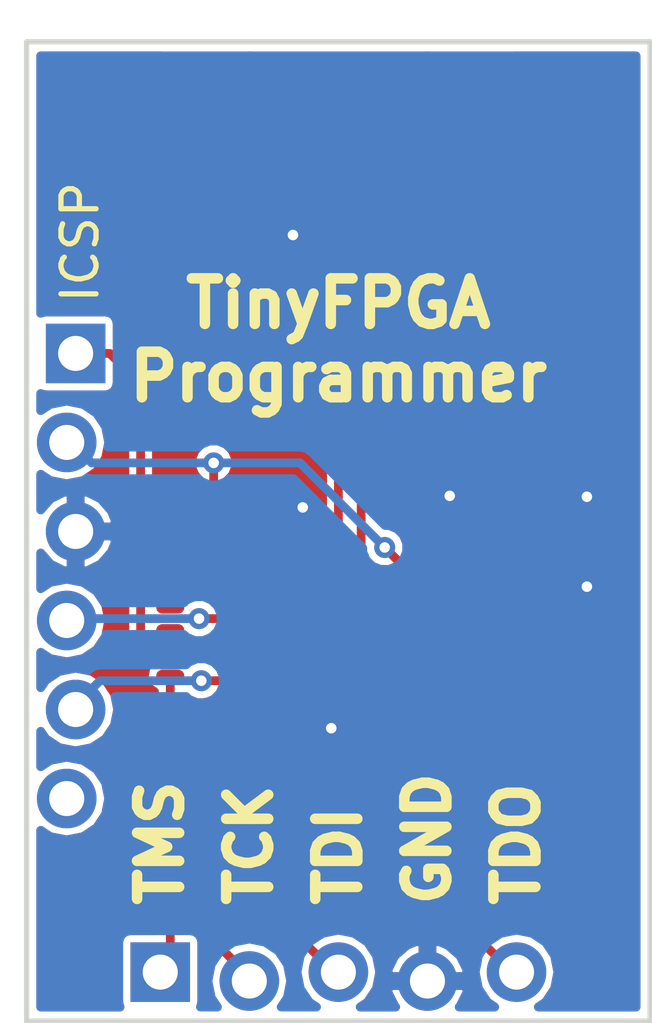
<source format=kicad_pcb>
(kicad_pcb (version 4) (host pcbnew 4.0.6)

  (general
    (links 32)
    (no_connects 0)
    (area 138.354999 100.254999 156.285001 128.345001)
    (thickness 1.6)
    (drawings 10)
    (tracks 87)
    (zones 0)
    (modules 9)
    (nets 18)
  )

  (page A4)
  (layers
    (0 F.Cu signal)
    (31 B.Cu signal)
    (32 B.Adhes user)
    (33 F.Adhes user)
    (34 B.Paste user)
    (35 F.Paste user)
    (36 B.SilkS user)
    (37 F.SilkS user)
    (38 B.Mask user)
    (39 F.Mask user)
    (40 Dwgs.User user)
    (41 Cmts.User user)
    (42 Eco1.User user)
    (43 Eco2.User user)
    (44 Edge.Cuts user)
    (45 Margin user)
    (46 B.CrtYd user)
    (47 F.CrtYd user)
    (48 B.Fab user)
    (49 F.Fab user)
  )

  (setup
    (last_trace_width 0.25)
    (trace_clearance 0.2)
    (zone_clearance 0.2)
    (zone_45_only no)
    (trace_min 0.2)
    (segment_width 0.2)
    (edge_width 0.15)
    (via_size 0.6)
    (via_drill 0.4)
    (via_min_size 0.6)
    (via_min_drill 0.3)
    (user_via 0.6 0.3)
    (uvia_size 0.3)
    (uvia_drill 0.1)
    (uvias_allowed no)
    (uvia_min_size 0.2)
    (uvia_min_drill 0.1)
    (pcb_text_width 0.3)
    (pcb_text_size 1.5 1.5)
    (mod_edge_width 0.15)
    (mod_text_size 1 1)
    (mod_text_width 0.15)
    (pad_size 1.524 1.524)
    (pad_drill 0.762)
    (pad_to_mask_clearance 0.05)
    (aux_axis_origin 0 0)
    (visible_elements 7FFFFFFF)
    (pcbplotparams
      (layerselection 0x00008_00000000)
      (usegerberextensions false)
      (excludeedgelayer true)
      (linewidth 0.150000)
      (plotframeref false)
      (viasonmask false)
      (mode 1)
      (useauxorigin false)
      (hpglpennumber 1)
      (hpglpenspeed 20)
      (hpglpendiameter 15)
      (hpglpenoverlay 2)
      (psnegative false)
      (psa4output false)
      (plotreference true)
      (plotvalue true)
      (plotinvisibletext false)
      (padsonsilk false)
      (subtractmaskfromsilk false)
      (outputformat 1)
      (mirror false)
      (drillshape 0)
      (scaleselection 1)
      (outputdirectory C:/Users/lvale/Documents/programmer-gerbers/))
  )

  (net 0 "")
  (net 1 +5V)
  (net 2 GND)
  (net 3 +3V3)
  (net 4 "Net-(C4-Pad2)")
  (net 5 "Net-(J1-Pad2)")
  (net 6 "Net-(J1-Pad3)")
  (net 7 "Net-(J1-Pad4)")
  (net 8 "Net-(J2-Pad1)")
  (net 9 "Net-(J2-Pad2)")
  (net 10 "Net-(J2-Pad3)")
  (net 11 "Net-(J2-Pad5)")
  (net 12 VPP)
  (net 13 ICSPDAT)
  (net 14 ICSPCLK)
  (net 15 "Net-(J3-Pad6)")
  (net 16 "Net-(U1-Pad1)")
  (net 17 "Net-(U1-Pad2)")

  (net_class Default "This is the default net class."
    (clearance 0.2)
    (trace_width 0.25)
    (via_dia 0.6)
    (via_drill 0.4)
    (uvia_dia 0.3)
    (uvia_drill 0.1)
    (add_net +3V3)
    (add_net +5V)
    (add_net GND)
    (add_net ICSPCLK)
    (add_net ICSPDAT)
    (add_net "Net-(C4-Pad2)")
    (add_net "Net-(J1-Pad2)")
    (add_net "Net-(J1-Pad3)")
    (add_net "Net-(J1-Pad4)")
    (add_net "Net-(J2-Pad1)")
    (add_net "Net-(J2-Pad2)")
    (add_net "Net-(J2-Pad3)")
    (add_net "Net-(J2-Pad5)")
    (add_net "Net-(J3-Pad6)")
    (add_net "Net-(U1-Pad1)")
    (add_net "Net-(U1-Pad2)")
    (add_net VPP)
  )

  (module Pin_Headers:Pin_Header_Straight_1x06_Pitch2.54mm (layer F.Cu) (tedit 5984DF55) (tstamp 5984125C)
    (at 139.7 109.22)
    (descr "Through hole straight pin header, 1x06, 2.54mm pitch, single row")
    (tags "Through hole pin header THT 1x06 2.54mm single row")
    (path /59841999)
    (fp_text reference J3 (at 0 15.24) (layer F.Fab)
      (effects (font (size 1 1) (thickness 0.15)))
    )
    (fp_text value ICSP (at 0.254 -3.175 90) (layer F.SilkS)
      (effects (font (size 1 1) (thickness 0.15)))
    )
    (fp_line (start -0.635 -1.27) (end 1.27 -1.27) (layer F.Fab) (width 0.1))
    (fp_line (start 1.27 -1.27) (end 1.27 13.97) (layer F.Fab) (width 0.1))
    (fp_line (start 1.27 13.97) (end -1.27 13.97) (layer F.Fab) (width 0.1))
    (fp_line (start -1.27 13.97) (end -1.27 -0.635) (layer F.Fab) (width 0.1))
    (fp_line (start -1.27 -0.635) (end -0.635 -1.27) (layer F.Fab) (width 0.1))
    (pad 1 thru_hole rect (at 0.127 0) (size 1.7 1.7) (drill 1) (layers *.Cu *.Mask)
      (net 12 VPP))
    (pad 2 thru_hole oval (at -0.127 2.54) (size 1.7 1.7) (drill 1) (layers *.Cu *.Mask)
      (net 3 +3V3))
    (pad 3 thru_hole oval (at 0.127 5.08) (size 1.7 1.7) (drill 1) (layers *.Cu *.Mask)
      (net 2 GND))
    (pad 4 thru_hole oval (at -0.127 7.62) (size 1.7 1.7) (drill 1) (layers *.Cu *.Mask)
      (net 13 ICSPDAT))
    (pad 5 thru_hole oval (at 0.127 10.16) (size 1.7 1.7) (drill 1) (layers *.Cu *.Mask)
      (net 14 ICSPCLK))
    (pad 6 thru_hole oval (at -0.127 12.7) (size 1.7 1.7) (drill 1) (layers *.Cu *.Mask)
      (net 15 "Net-(J3-Pad6)"))
    (model ${KISYS3DMOD}/Pin_Headers.3dshapes/Pin_Header_Straight_1x06_Pitch2.54mm.wrl
      (at (xyz 0 0 0))
      (scale (xyz 1 1 1))
      (rotate (xyz 0 0 0))
    )
  )

  (module Pin_Headers:Pin_Header_Straight_1x05_Pitch2.54mm (layer F.Cu) (tedit 5984DF26) (tstamp 59841252)
    (at 142.24 127 90)
    (descr "Through hole straight pin header, 1x05, 2.54mm pitch, single row")
    (tags "Through hole pin header THT 1x05 2.54mm single row")
    (path /598412AC)
    (fp_text reference J2 (at 0 -2.33 90) (layer F.Fab)
      (effects (font (size 1 1) (thickness 0.15)))
    )
    (fp_text value JTAG (at 1.27 12.7 90) (layer F.Fab) hide
      (effects (font (size 1 1) (thickness 0.15)))
    )
    (fp_line (start -0.635 -1.27) (end 1.27 -1.27) (layer F.Fab) (width 0.1))
    (fp_line (start 1.27 -1.27) (end 1.27 11.43) (layer F.Fab) (width 0.1))
    (fp_line (start 1.27 11.43) (end -1.27 11.43) (layer F.Fab) (width 0.1))
    (fp_line (start -1.27 11.43) (end -1.27 -0.635) (layer F.Fab) (width 0.1))
    (fp_line (start -1.27 -0.635) (end -0.635 -1.27) (layer F.Fab) (width 0.1))
    (pad 1 thru_hole rect (at 0.127 0 90) (size 1.7 1.7) (drill 1) (layers *.Cu *.Mask)
      (net 8 "Net-(J2-Pad1)"))
    (pad 2 thru_hole oval (at -0.127 2.54 90) (size 1.7 1.7) (drill 1) (layers *.Cu *.Mask)
      (net 9 "Net-(J2-Pad2)"))
    (pad 3 thru_hole oval (at 0.127 5.08 90) (size 1.7 1.7) (drill 1) (layers *.Cu *.Mask)
      (net 10 "Net-(J2-Pad3)"))
    (pad 4 thru_hole oval (at -0.127 7.62 90) (size 1.7 1.7) (drill 1) (layers *.Cu *.Mask)
      (net 2 GND))
    (pad 5 thru_hole oval (at 0.127 10.16 90) (size 1.7 1.7) (drill 1) (layers *.Cu *.Mask)
      (net 11 "Net-(J2-Pad5)"))
    (model ${KISYS3DMOD}/Pin_Headers.3dshapes/Pin_Header_Straight_1x05_Pitch2.54mm.wrl
      (at (xyz 0 0 0))
      (scale (xyz 1 1 1))
      (rotate (xyz 0 0 0))
    )
  )

  (module Capacitors_SMD:C_0603 (layer F.Cu) (tedit 5984D260) (tstamp 5984123A)
    (at 148.0566 119.1768 90)
    (descr "Capacitor SMD 0603, reflow soldering, AVX (see smccp.pdf)")
    (tags "capacitor 0603")
    (path /598409EE)
    (attr smd)
    (fp_text reference C4 (at 0 -0.15 90) (layer F.Fab)
      (effects (font (size 0.2 0.2) (thickness 0.05)))
    )
    (fp_text value 1uF (at 0 0.2 90) (layer F.Fab)
      (effects (font (size 0.2 0.2) (thickness 0.05)))
    )
    (fp_line (start -0.8 0.4) (end -0.8 -0.4) (layer F.Fab) (width 0.1))
    (fp_line (start 0.8 0.4) (end -0.8 0.4) (layer F.Fab) (width 0.1))
    (fp_line (start 0.8 -0.4) (end 0.8 0.4) (layer F.Fab) (width 0.1))
    (fp_line (start -0.8 -0.4) (end 0.8 -0.4) (layer F.Fab) (width 0.1))
    (fp_line (start -1.4 -0.65) (end 1.4 -0.65) (layer F.CrtYd) (width 0.05))
    (fp_line (start -1.4 -0.65) (end -1.4 0.65) (layer F.CrtYd) (width 0.05))
    (fp_line (start 1.4 0.65) (end 1.4 -0.65) (layer F.CrtYd) (width 0.05))
    (fp_line (start 1.4 0.65) (end -1.4 0.65) (layer F.CrtYd) (width 0.05))
    (pad 1 smd rect (at -0.75 0 90) (size 0.8 0.75) (layers F.Cu F.Paste F.Mask)
      (net 2 GND))
    (pad 2 smd rect (at 0.75 0 90) (size 0.8 0.75) (layers F.Cu F.Paste F.Mask)
      (net 4 "Net-(C4-Pad2)"))
    (model Capacitors_SMD.3dshapes/C_0603.wrl
      (at (xyz 0 0 0))
      (scale (xyz 1 1 1))
      (rotate (xyz 0 0 0))
    )
  )

  (module Capacitors_SMD:C_0603 (layer F.Cu) (tedit 5984CFCA) (tstamp 59841234)
    (at 144.526 113.6142)
    (descr "Capacitor SMD 0603, reflow soldering, AVX (see smccp.pdf)")
    (tags "capacitor 0603")
    (path /59840AB1)
    (attr smd)
    (fp_text reference C3 (at 0 -0.15) (layer F.Fab)
      (effects (font (size 0.2 0.2) (thickness 0.05)))
    )
    (fp_text value 100nF (at 0 0.2) (layer F.Fab)
      (effects (font (size 0.2 0.2) (thickness 0.05)))
    )
    (fp_line (start -0.8 0.4) (end -0.8 -0.4) (layer F.Fab) (width 0.1))
    (fp_line (start 0.8 0.4) (end -0.8 0.4) (layer F.Fab) (width 0.1))
    (fp_line (start 0.8 -0.4) (end 0.8 0.4) (layer F.Fab) (width 0.1))
    (fp_line (start -0.8 -0.4) (end 0.8 -0.4) (layer F.Fab) (width 0.1))
    (fp_line (start -1.4 -0.65) (end 1.4 -0.65) (layer F.CrtYd) (width 0.05))
    (fp_line (start -1.4 -0.65) (end -1.4 0.65) (layer F.CrtYd) (width 0.05))
    (fp_line (start 1.4 0.65) (end 1.4 -0.65) (layer F.CrtYd) (width 0.05))
    (fp_line (start 1.4 0.65) (end -1.4 0.65) (layer F.CrtYd) (width 0.05))
    (pad 1 smd rect (at -0.75 0) (size 0.8 0.75) (layers F.Cu F.Paste F.Mask)
      (net 3 +3V3))
    (pad 2 smd rect (at 0.75 0) (size 0.8 0.75) (layers F.Cu F.Paste F.Mask)
      (net 2 GND))
    (model Capacitors_SMD.3dshapes/C_0603.wrl
      (at (xyz 0 0 0))
      (scale (xyz 1 1 1))
      (rotate (xyz 0 0 0))
    )
  )

  (module Capacitors_SMD:C_0603 (layer F.Cu) (tedit 5984CF9B) (tstamp 5984122E)
    (at 153.67 116.84)
    (descr "Capacitor SMD 0603, reflow soldering, AVX (see smccp.pdf)")
    (tags "capacitor 0603")
    (path /59840991)
    (attr smd)
    (fp_text reference C2 (at 0 -0.15) (layer F.Fab)
      (effects (font (size 0.2 0.2) (thickness 0.05)))
    )
    (fp_text value 1uF (at 0 0.2) (layer F.Fab)
      (effects (font (size 0.2 0.2) (thickness 0.05)))
    )
    (fp_line (start -0.8 0.4) (end -0.8 -0.4) (layer F.Fab) (width 0.1))
    (fp_line (start 0.8 0.4) (end -0.8 0.4) (layer F.Fab) (width 0.1))
    (fp_line (start 0.8 -0.4) (end 0.8 0.4) (layer F.Fab) (width 0.1))
    (fp_line (start -0.8 -0.4) (end 0.8 -0.4) (layer F.Fab) (width 0.1))
    (fp_line (start -1.4 -0.65) (end 1.4 -0.65) (layer F.CrtYd) (width 0.05))
    (fp_line (start -1.4 -0.65) (end -1.4 0.65) (layer F.CrtYd) (width 0.05))
    (fp_line (start 1.4 0.65) (end 1.4 -0.65) (layer F.CrtYd) (width 0.05))
    (fp_line (start 1.4 0.65) (end -1.4 0.65) (layer F.CrtYd) (width 0.05))
    (pad 1 smd rect (at -0.75 0) (size 0.8 0.75) (layers F.Cu F.Paste F.Mask)
      (net 3 +3V3))
    (pad 2 smd rect (at 0.75 0) (size 0.8 0.75) (layers F.Cu F.Paste F.Mask)
      (net 2 GND))
    (model Capacitors_SMD.3dshapes/C_0603.wrl
      (at (xyz 0 0 0))
      (scale (xyz 1 1 1))
      (rotate (xyz 0 0 0))
    )
  )

  (module Capacitors_SMD:C_0603 (layer F.Cu) (tedit 5984CF6D) (tstamp 59841228)
    (at 153.67 114.3)
    (descr "Capacitor SMD 0603, reflow soldering, AVX (see smccp.pdf)")
    (tags "capacitor 0603")
    (path /5984091E)
    (attr smd)
    (fp_text reference C1 (at 0 -0.15) (layer F.Fab)
      (effects (font (size 0.2 0.2) (thickness 0.05)))
    )
    (fp_text value 1uF (at 0 0.2) (layer F.Fab)
      (effects (font (size 0.2 0.2) (thickness 0.05)))
    )
    (fp_line (start -0.8 0.4) (end -0.8 -0.4) (layer F.Fab) (width 0.1))
    (fp_line (start 0.8 0.4) (end -0.8 0.4) (layer F.Fab) (width 0.1))
    (fp_line (start 0.8 -0.4) (end 0.8 0.4) (layer F.Fab) (width 0.1))
    (fp_line (start -0.8 -0.4) (end 0.8 -0.4) (layer F.Fab) (width 0.1))
    (fp_line (start -1.4 -0.65) (end 1.4 -0.65) (layer F.CrtYd) (width 0.05))
    (fp_line (start -1.4 -0.65) (end -1.4 0.65) (layer F.CrtYd) (width 0.05))
    (fp_line (start 1.4 0.65) (end 1.4 -0.65) (layer F.CrtYd) (width 0.05))
    (fp_line (start 1.4 0.65) (end -1.4 0.65) (layer F.CrtYd) (width 0.05))
    (pad 1 smd rect (at -0.75 0) (size 0.8 0.75) (layers F.Cu F.Paste F.Mask)
      (net 1 +5V))
    (pad 2 smd rect (at 0.75 0) (size 0.8 0.75) (layers F.Cu F.Paste F.Mask)
      (net 2 GND))
    (model Capacitors_SMD.3dshapes/C_0603.wrl
      (at (xyz 0 0 0))
      (scale (xyz 1 1 1))
      (rotate (xyz 0 0 0))
    )
  )

  (module Housings_DFN_QFN:QFN-16-1EP_4x4mm_Pitch0.65mm (layer F.Cu) (tedit 5984CE96) (tstamp 59841274)
    (at 144.526 117.4442)
    (descr "16-Lead Plastic Quad Flat, No Lead Package (ML) - 4x4x0.9 mm Body [QFN]; (see Microchip Packaging Specification 00000049BS.pdf)")
    (tags "QFN 0.65")
    (path /598405FB)
    (attr smd)
    (fp_text reference U1 (at 0 0) (layer F.Fab)
      (effects (font (size 1 1) (thickness 0.15)))
    )
    (fp_text value PIC16F1455-QFN16 (at 0 1) (layer F.Fab)
      (effects (font (size 0.2 0.2) (thickness 0.03175)))
    )
    (fp_line (start -1 -2) (end 2 -2) (layer F.Fab) (width 0.15))
    (fp_line (start 2 -2) (end 2 2) (layer F.Fab) (width 0.15))
    (fp_line (start 2 2) (end -2 2) (layer F.Fab) (width 0.15))
    (fp_line (start -2 2) (end -2 -1) (layer F.Fab) (width 0.15))
    (fp_line (start -2 -1) (end -1 -2) (layer F.Fab) (width 0.15))
    (pad 1 smd oval (at -2 -0.975) (size 0.8 0.35) (layers F.Cu F.Paste F.Mask)
      (net 16 "Net-(U1-Pad1)"))
    (pad 2 smd oval (at -2 -0.325) (size 0.8 0.35) (layers F.Cu F.Paste F.Mask)
      (net 17 "Net-(U1-Pad2)"))
    (pad 3 smd oval (at -2 0.325) (size 0.8 0.35) (layers F.Cu F.Paste F.Mask)
      (net 12 VPP))
    (pad 4 smd oval (at -2 0.975) (size 0.8 0.35) (layers F.Cu F.Paste F.Mask)
      (net 8 "Net-(J2-Pad1)"))
    (pad 5 smd oval (at -0.975 2 90) (size 0.8 0.35) (layers F.Cu F.Paste F.Mask)
      (net 9 "Net-(J2-Pad2)"))
    (pad 6 smd oval (at -0.325 2 90) (size 0.8 0.35) (layers F.Cu F.Paste F.Mask)
      (net 10 "Net-(J2-Pad3)"))
    (pad 7 smd oval (at 0.325 2 90) (size 0.8 0.35) (layers F.Cu F.Paste F.Mask)
      (net 11 "Net-(J2-Pad5)"))
    (pad 8 smd oval (at 0.975 2 90) (size 0.8 0.35) (layers F.Cu F.Paste F.Mask)
      (net 14 ICSPCLK))
    (pad 9 smd oval (at 2 0.975) (size 0.8 0.35) (layers F.Cu F.Paste F.Mask)
      (net 13 ICSPDAT))
    (pad 10 smd oval (at 2 0.325) (size 0.8 0.35) (layers F.Cu F.Paste F.Mask)
      (net 4 "Net-(C4-Pad2)"))
    (pad 11 smd oval (at 2 -0.325) (size 0.8 0.35) (layers F.Cu F.Paste F.Mask)
      (net 5 "Net-(J1-Pad2)"))
    (pad 12 smd oval (at 2 -0.975) (size 0.8 0.35) (layers F.Cu F.Paste F.Mask)
      (net 6 "Net-(J1-Pad3)"))
    (pad 13 smd oval (at 0.975 -2 90) (size 0.8 0.35) (layers F.Cu F.Paste F.Mask)
      (net 2 GND))
    (pad 14 smd oval (at 0.325 -2 90) (size 0.8 0.35) (layers F.Cu F.Paste F.Mask))
    (pad 15 smd oval (at -0.325 -2 90) (size 0.8 0.35) (layers F.Cu F.Paste F.Mask))
    (pad 16 smd oval (at -0.975 -2 90) (size 0.8 0.35) (layers F.Cu F.Paste F.Mask)
      (net 3 +3V3))
    (model ${KISYS3DMOD}/Housings_DFN_QFN.3dshapes/QFN-16-1EP_4x4mm_Pitch0.65mm.wrl
      (at (xyz 0 0 0))
      (scale (xyz 1 1 1))
      (rotate (xyz 0 0 0))
    )
  )

  (module TinyFPGA:FCI-Micro-USB (layer F.Cu) (tedit 595DDA79) (tstamp 5984CEC9)
    (at 147.32 101.7825 180)
    (descr http://www.molex.com/pdm_docs/sd/473460001_sd.pdf)
    (tags "Micro-USB SMD")
    (path /598417AF)
    (solder_mask_margin 0.05)
    (attr smd)
    (fp_text reference J1 (at -6.477 -0.5795 360) (layer F.Fab)
      (effects (font (size 1 1) (thickness 0.15)))
    )
    (fp_text value USB (at -6.477 -2.7385 360) (layer F.Fab)
      (effects (font (size 1 1) (thickness 0.15)))
    )
    (fp_text user "PCB Front Edge" (at 7.239 2.3415 360) (layer Dwgs.User)
      (effects (font (size 0.4 0.4) (thickness 0.04)))
    )
    (fp_line (start 4.594363 2.419657) (end -4.605637 2.419657) (layer F.CrtYd) (width 0.05))
    (fp_line (start 4.594363 -3.840343) (end 4.594363 2.419657) (layer F.CrtYd) (width 0.05))
    (fp_line (start -4.605637 -3.840343) (end 4.594363 -3.840343) (layer F.CrtYd) (width 0.05))
    (fp_line (start -4.605637 2.419657) (end -4.605637 -3.840343) (layer F.CrtYd) (width 0.05))
    (fp_line (start 3.75 2.15) (end -3.75 2.15) (layer F.Fab) (width 0.1))
    (fp_line (start 3.75 -2.85) (end 3.75 2.15) (layer F.Fab) (width 0.1))
    (fp_line (start -3.75 -2.85) (end 3.75 -2.85) (layer F.Fab) (width 0.1))
    (fp_line (start -3.75 2.15) (end -3.75 -2.85) (layer F.Fab) (width 0.1))
    (fp_line (start -5 1.45) (end 5 1.45) (layer Dwgs.User) (width 0.15))
    (pad 1 smd rect (at -1.3 -2.675 270) (size 1.35 0.4) (layers F.Cu F.Paste F.Mask)
      (net 1 +5V))
    (pad 2 smd rect (at -0.65 -2.675 270) (size 1.35 0.4) (layers F.Cu F.Paste F.Mask)
      (net 5 "Net-(J1-Pad2)"))
    (pad 3 smd rect (at 0 -2.675 270) (size 1.35 0.4) (layers F.Cu F.Paste F.Mask)
      (net 6 "Net-(J1-Pad3)"))
    (pad 4 smd rect (at 0.65 -2.675 270) (size 1.35 0.4) (layers F.Cu F.Paste F.Mask)
      (net 7 "Net-(J1-Pad4)"))
    (pad 5 smd rect (at 1.3 -2.675 270) (size 1.35 0.4) (layers F.Cu F.Paste F.Mask)
      (net 2 GND))
    (pad 6 smd rect (at -3.1 -2.55 180) (size 2.1 1.6) (layers F.Cu F.Paste F.Mask)
      (net 2 GND))
    (pad 6 smd rect (at 3.1 -2.55 180) (size 2.1 1.6) (layers F.Cu F.Paste F.Mask)
      (net 2 GND))
    (pad 6 smd rect (at -3.8 0 270) (size 1.9 1.8) (layers F.Cu F.Paste F.Mask)
      (net 2 GND))
    (pad 6 smd rect (at 3.8 0 270) (size 1.9 1.8) (layers F.Cu F.Paste F.Mask)
      (net 2 GND))
    (pad 6 smd rect (at -1.2 0 270) (size 1.9 1.9) (layers F.Cu F.Paste F.Mask)
      (net 2 GND))
    (pad 6 smd rect (at 1.2 0 270) (size 1.9 1.9) (layers F.Cu F.Paste F.Mask)
      (net 2 GND))
    (model Connectors_Molex.3dshapes/USB_Micro-B_Molex_47346-0001.wrl
      (at (xyz -0.05 0 0.05))
      (scale (xyz 0.39 0.39 0.39))
      (rotate (xyz -90 0 90))
    )
  )

  (module TinyFPGA:SOT23 (layer F.Cu) (tedit 593651E8) (tstamp 5984CEE1)
    (at 150.495 115.57)
    (path /5984065C)
    (solder_mask_margin 0.05)
    (fp_text reference U2 (at 0 -0.1) (layer F.Fab)
      (effects (font (size 0.3 0.3) (thickness 0.075)))
    )
    (fp_text value MIC5504-3.3YM5-TR (at 0 0.3) (layer F.Fab)
      (effects (font (size 0.2 0.16) (thickness 0.03175)))
    )
    (fp_circle (center 0.9364 -0.2386) (end 1.1364 -0.1636) (layer F.Fab) (width 0.15))
    (fp_line (start 1.45 -0.8) (end 1.45 0.8) (layer F.Fab) (width 0.15))
    (fp_line (start -1.45 -0.8) (end -1.45 0.8) (layer F.Fab) (width 0.15))
    (fp_line (start 1.45 0.8) (end -1.45 0.8) (layer F.Fab) (width 0.15))
    (fp_line (start 1.45 -0.8) (end -1.45 -0.8) (layer F.Fab) (width 0.15))
    (pad 2 smd rect (at 0 -1.3) (size 0.45 0.95) (layers F.Cu F.Paste F.Mask)
      (net 2 GND))
    (pad 3 smd rect (at -0.95 -1.3) (size 0.45 0.95) (layers F.Cu F.Paste F.Mask)
      (net 1 +5V))
    (pad 1 smd rect (at 0.95 -1.3) (size 0.45 0.95) (layers F.Cu F.Paste F.Mask)
      (net 1 +5V))
    (pad 4 smd rect (at -0.95 1.3) (size 0.45 0.95) (layers F.Cu F.Paste F.Mask)
      (net 3 +3V3))
    (pad 5 smd rect (at 0.95 1.3) (size 0.45 0.95) (layers F.Cu F.Paste F.Mask)
      (net 3 +3V3))
  )

  (gr_text TDO (at 152.4 125.095 90) (layer F.SilkS) (tstamp 5984DBC8)
    (effects (font (size 1.2 1.2) (thickness 0.3)) (justify left))
  )
  (gr_text GND (at 149.86 125.095 90) (layer F.SilkS) (tstamp 5984DBC5)
    (effects (font (size 1.2 1.2) (thickness 0.3)) (justify left))
  )
  (gr_text TDI (at 147.32 125.095 90) (layer F.SilkS) (tstamp 5984DBB4)
    (effects (font (size 1.2 1.2) (thickness 0.3)) (justify left))
  )
  (gr_text TCK (at 144.78 125.095 90) (layer F.SilkS) (tstamp 5984DBAE)
    (effects (font (size 1.2 1.2) (thickness 0.3)) (justify left))
  )
  (gr_text TMS (at 142.24 125.095 90) (layer F.SilkS)
    (effects (font (size 1.2 1.2) (thickness 0.3)) (justify left))
  )
  (gr_text "TinyFPGA\nProgrammer" (at 147.32 108.839) (layer F.SilkS)
    (effects (font (size 1.3 1.3) (thickness 0.3)))
  )
  (gr_line (start 138.43 100.33) (end 138.43 128.27) (layer Edge.Cuts) (width 0.15))
  (gr_line (start 156.21 100.33) (end 138.43 100.33) (layer Edge.Cuts) (width 0.15))
  (gr_line (start 156.21 128.27) (end 156.21 100.33) (layer Edge.Cuts) (width 0.15))
  (gr_line (start 138.43 128.27) (end 156.21 128.27) (layer Edge.Cuts) (width 0.15))

  (segment (start 148.62 104.4575) (end 148.62 113.82) (width 0.25) (layer F.Cu) (net 1))
  (segment (start 148.62 113.82) (end 149.07 114.27) (width 0.25) (layer F.Cu) (net 1))
  (segment (start 149.07 114.27) (end 149.545 114.27) (width 0.25) (layer F.Cu) (net 1))
  (segment (start 149.545 114.27) (end 149.545 114.52) (width 0.25) (layer F.Cu) (net 1))
  (segment (start 150.095001 115.070001) (end 150.894999 115.070001) (width 0.25) (layer F.Cu) (net 1))
  (segment (start 149.545 114.52) (end 150.095001 115.070001) (width 0.25) (layer F.Cu) (net 1))
  (segment (start 150.894999 115.070001) (end 151.445 114.52) (width 0.25) (layer F.Cu) (net 1))
  (segment (start 151.445 114.52) (end 151.445 114.27) (width 0.25) (layer F.Cu) (net 1))
  (segment (start 151.445 114.27) (end 152.89 114.27) (width 0.25) (layer F.Cu) (net 1))
  (segment (start 152.89 114.27) (end 152.92 114.3) (width 0.25) (layer F.Cu) (net 1))
  (segment (start 150.495 114.27) (end 150.495 113.284) (width 0.25) (layer F.Cu) (net 2))
  (via (at 150.495 113.284) (size 0.6) (drill 0.3) (layers F.Cu B.Cu) (net 2))
  (segment (start 146.0246 105.3871) (end 146.0246 105.8418) (width 0.25) (layer F.Cu) (net 2))
  (via (at 146.0246 105.8418) (size 0.6) (drill 0.3) (layers F.Cu B.Cu) (net 2))
  (segment (start 146.02 104.4575) (end 146.02 105.3825) (width 0.25) (layer F.Cu) (net 2))
  (segment (start 146.02 105.3825) (end 146.0246 105.3871) (width 0.25) (layer F.Cu) (net 2))
  (segment (start 148.0566 119.9268) (end 147.1302 119.9268) (width 0.25) (layer F.Cu) (net 2))
  (segment (start 147.1302 119.9268) (end 147.1168 119.9134) (width 0.25) (layer F.Cu) (net 2))
  (via (at 147.1168 119.9134) (size 0.6) (drill 0.3) (layers F.Cu B.Cu) (net 2))
  (segment (start 154.42 114.3) (end 154.42 113.3228) (width 0.25) (layer F.Cu) (net 2))
  (segment (start 154.42 113.3228) (end 154.4066 113.3094) (width 0.25) (layer F.Cu) (net 2))
  (via (at 154.4066 113.3094) (size 0.6) (drill 0.3) (layers F.Cu B.Cu) (net 2))
  (segment (start 154.42 116.84) (end 154.42 115.8882) (width 0.25) (layer F.Cu) (net 2))
  (segment (start 154.42 115.8882) (end 154.4066 115.8748) (width 0.25) (layer F.Cu) (net 2))
  (via (at 154.4066 115.8748) (size 0.6) (drill 0.3) (layers F.Cu B.Cu) (net 2))
  (segment (start 145.276 113.6142) (end 146.304 113.6142) (width 0.25) (layer F.Cu) (net 2))
  (via (at 146.304 113.6142) (size 0.6) (drill 0.3) (layers F.Cu B.Cu) (net 2))
  (segment (start 145.501 115.4442) (end 145.501 113.8392) (width 0.25) (layer F.Cu) (net 2))
  (segment (start 145.501 113.8392) (end 145.276 113.6142) (width 0.25) (layer F.Cu) (net 2))
  (segment (start 143.764 112.3442) (end 140.2842 112.3442) (width 0.25) (layer B.Cu) (net 3))
  (segment (start 140.2842 112.3442) (end 139.7 111.76) (width 0.25) (layer B.Cu) (net 3))
  (segment (start 143.764 112.3442) (end 143.764 113.6022) (width 0.25) (layer F.Cu) (net 3))
  (segment (start 143.764 113.6022) (end 143.776 113.6142) (width 0.25) (layer F.Cu) (net 3))
  (via (at 143.764 112.3442) (size 0.6) (drill 0.3) (layers F.Cu B.Cu) (net 3))
  (segment (start 146.2278 112.3442) (end 143.764 112.3442) (width 0.25) (layer B.Cu) (net 3))
  (segment (start 148.340801 114.457201) (end 146.2278 112.3442) (width 0.25) (layer B.Cu) (net 3))
  (segment (start 148.6408 114.7572) (end 148.340801 114.457201) (width 0.25) (layer B.Cu) (net 3))
  (segment (start 149.545 116.87) (end 149.545 115.6614) (width 0.25) (layer F.Cu) (net 3))
  (segment (start 149.545 115.6614) (end 148.6408 114.7572) (width 0.25) (layer F.Cu) (net 3))
  (via (at 148.6408 114.7572) (size 0.6) (drill 0.3) (layers F.Cu B.Cu) (net 3))
  (segment (start 151.445 116.87) (end 149.545 116.87) (width 0.25) (layer F.Cu) (net 3))
  (segment (start 151.445 116.87) (end 152.89 116.87) (width 0.25) (layer F.Cu) (net 3))
  (segment (start 152.89 116.87) (end 152.92 116.84) (width 0.25) (layer F.Cu) (net 3))
  (segment (start 143.776 113.6142) (end 143.751 113.6142) (width 0.25) (layer F.Cu) (net 3))
  (segment (start 143.551 115.4442) (end 143.551 113.8392) (width 0.25) (layer F.Cu) (net 3))
  (segment (start 143.551 113.8392) (end 143.776 113.6142) (width 0.25) (layer F.Cu) (net 3))
  (segment (start 146.526 117.7692) (end 147.399 117.7692) (width 0.25) (layer F.Cu) (net 4))
  (segment (start 147.399 117.7692) (end 148.0566 118.4268) (width 0.25) (layer F.Cu) (net 4))
  (segment (start 146.526 117.1192) (end 147.176 117.1192) (width 0.25) (layer F.Cu) (net 5))
  (segment (start 147.176 117.1192) (end 147.97 116.3252) (width 0.25) (layer F.Cu) (net 5))
  (segment (start 147.97 116.3252) (end 147.97 105.3825) (width 0.25) (layer F.Cu) (net 5))
  (segment (start 147.97 105.3825) (end 147.97 104.4575) (width 0.25) (layer F.Cu) (net 5))
  (segment (start 147.1778 116.4692) (end 147.32 116.327) (width 0.25) (layer F.Cu) (net 6))
  (segment (start 147.32 116.327) (end 147.32 104.4575) (width 0.25) (layer F.Cu) (net 6))
  (segment (start 146.526 116.4692) (end 147.1778 116.4692) (width 0.25) (layer F.Cu) (net 6))
  (segment (start 142.526 118.4192) (end 142.526 126.714) (width 0.25) (layer F.Cu) (net 8))
  (segment (start 142.526 126.714) (end 142.24 127) (width 0.25) (layer F.Cu) (net 8))
  (segment (start 143.551 119.4442) (end 143.551 125.771) (width 0.25) (layer F.Cu) (net 9))
  (segment (start 143.551 125.771) (end 144.78 127) (width 0.25) (layer F.Cu) (net 9))
  (segment (start 144.201 119.4442) (end 144.201 123.881) (width 0.25) (layer F.Cu) (net 10))
  (segment (start 144.201 123.881) (end 147.32 127) (width 0.25) (layer F.Cu) (net 10))
  (segment (start 146.995 126.675) (end 147.32 127) (width 0.25) (layer F.Cu) (net 10))
  (segment (start 148.8866 124.1298) (end 149.5298 124.1298) (width 0.25) (layer F.Cu) (net 11))
  (segment (start 149.5298 124.1298) (end 152.4 127) (width 0.25) (layer F.Cu) (net 11))
  (segment (start 144.851 119.4442) (end 144.851 120.0942) (width 0.25) (layer F.Cu) (net 11))
  (segment (start 144.851 120.0942) (end 148.8866 124.1298) (width 0.25) (layer F.Cu) (net 11))
  (segment (start 141.6812 117.5744) (end 141.6812 110.1012) (width 0.25) (layer F.Cu) (net 12))
  (segment (start 141.6812 110.1012) (end 140.8 109.22) (width 0.25) (layer F.Cu) (net 12))
  (segment (start 140.8 109.22) (end 139.7 109.22) (width 0.25) (layer F.Cu) (net 12))
  (segment (start 142.526 117.7692) (end 141.876 117.7692) (width 0.25) (layer F.Cu) (net 12))
  (segment (start 141.876 117.7692) (end 141.6812 117.5744) (width 0.25) (layer F.Cu) (net 12))
  (segment (start 139.7 109.2708) (end 139.7 109.22) (width 0.25) (layer F.Cu) (net 12))
  (segment (start 139.7 109.22) (end 140.044996 109.22) (width 0.25) (layer F.Cu) (net 12))
  (segment (start 143.346654 116.786724) (end 139.753276 116.786724) (width 0.25) (layer B.Cu) (net 13))
  (segment (start 139.753276 116.786724) (end 139.7 116.84) (width 0.25) (layer B.Cu) (net 13))
  (segment (start 146.526 118.4192) (end 145.876 118.4192) (width 0.25) (layer F.Cu) (net 13))
  (segment (start 145.876 118.4192) (end 144.243524 116.786724) (width 0.25) (layer F.Cu) (net 13))
  (segment (start 144.243524 116.786724) (end 143.346654 116.786724) (width 0.25) (layer F.Cu) (net 13))
  (via (at 143.346654 116.786724) (size 0.6) (drill 0.3) (layers F.Cu B.Cu) (net 13))
  (segment (start 139.713052 116.826948) (end 139.7 116.84) (width 0.25) (layer B.Cu) (net 13))
  (segment (start 143.411409 118.558791) (end 140.521209 118.558791) (width 0.25) (layer B.Cu) (net 14))
  (segment (start 140.521209 118.558791) (end 139.7 119.38) (width 0.25) (layer B.Cu) (net 14))
  (segment (start 145.501 119.4442) (end 145.501 118.7942) (width 0.25) (layer F.Cu) (net 14))
  (segment (start 145.501 118.7942) (end 145.265591 118.558791) (width 0.25) (layer F.Cu) (net 14))
  (segment (start 145.265591 118.558791) (end 143.411409 118.558791) (width 0.25) (layer F.Cu) (net 14))
  (via (at 143.411409 118.558791) (size 0.6) (drill 0.3) (layers F.Cu B.Cu) (net 14))
  (segment (start 145.501 119.4442) (end 145.501 119.16208) (width 0.25) (layer F.Cu) (net 14))

  (zone (net 2) (net_name GND) (layer B.Cu) (tstamp 0) (hatch edge 0.508)
    (connect_pads (clearance 0.2))
    (min_thickness 0.254)
    (fill yes (arc_segments 16) (thermal_gap 0.2) (thermal_bridge_width 0.508))
    (polygon
      (pts
        (xy 138.43 100.33) (xy 138.43 128.27) (xy 156.21 128.27) (xy 156.21 100.33)
      )
    )
    (filled_polygon
      (pts
        (xy 155.808 127.868) (xy 153.023224 127.868) (xy 153.232265 127.728324) (xy 153.487406 127.346477) (xy 153.577 126.896059)
        (xy 153.577 126.849941) (xy 153.487406 126.399523) (xy 153.232265 126.017676) (xy 152.850418 125.762535) (xy 152.4 125.672941)
        (xy 151.949582 125.762535) (xy 151.567735 126.017676) (xy 151.312594 126.399523) (xy 151.223 126.849941) (xy 151.223 126.896059)
        (xy 151.312594 127.346477) (xy 151.567735 127.728324) (xy 151.776776 127.868) (xy 150.766875 127.868) (xy 150.79135 127.846682)
        (xy 150.995866 127.435487) (xy 150.94839 127.254) (xy 149.987 127.254) (xy 149.987 127.274) (xy 149.733 127.274)
        (xy 149.733 127.254) (xy 148.77161 127.254) (xy 148.724134 127.435487) (xy 148.92865 127.846682) (xy 148.953125 127.868)
        (xy 147.943224 127.868) (xy 148.152265 127.728324) (xy 148.407406 127.346477) (xy 148.497 126.896059) (xy 148.497 126.849941)
        (xy 148.490749 126.818513) (xy 148.724134 126.818513) (xy 148.77161 127) (xy 149.733 127) (xy 149.733 126.039138)
        (xy 149.987 126.039138) (xy 149.987 127) (xy 150.94839 127) (xy 150.995866 126.818513) (xy 150.79135 126.407318)
        (xy 150.445045 126.105688) (xy 150.168485 125.991145) (xy 149.987 126.039138) (xy 149.733 126.039138) (xy 149.551515 125.991145)
        (xy 149.274955 126.105688) (xy 148.92865 126.407318) (xy 148.724134 126.818513) (xy 148.490749 126.818513) (xy 148.407406 126.399523)
        (xy 148.152265 126.017676) (xy 147.770418 125.762535) (xy 147.32 125.672941) (xy 146.869582 125.762535) (xy 146.487735 126.017676)
        (xy 146.232594 126.399523) (xy 146.143 126.849941) (xy 146.143 126.896059) (xy 146.232594 127.346477) (xy 146.487735 127.728324)
        (xy 146.696776 127.868) (xy 145.688654 127.868) (xy 145.867406 127.600477) (xy 145.957 127.150059) (xy 145.957 127.103941)
        (xy 145.867406 126.653523) (xy 145.612265 126.271676) (xy 145.230418 126.016535) (xy 144.78 125.926941) (xy 144.329582 126.016535)
        (xy 143.947735 126.271676) (xy 143.692594 126.653523) (xy 143.603 127.103941) (xy 143.603 127.150059) (xy 143.692594 127.600477)
        (xy 143.871346 127.868) (xy 143.386693 127.868) (xy 143.397138 127.852714) (xy 143.423406 127.723) (xy 143.423406 126.023)
        (xy 143.400605 125.901821) (xy 143.328988 125.790526) (xy 143.219714 125.715862) (xy 143.09 125.689594) (xy 141.39 125.689594)
        (xy 141.268821 125.712395) (xy 141.157526 125.784012) (xy 141.082862 125.893286) (xy 141.056594 126.023) (xy 141.056594 127.723)
        (xy 141.079395 127.844179) (xy 141.094724 127.868) (xy 138.832 127.868) (xy 138.832 122.828654) (xy 139.099523 123.007406)
        (xy 139.549941 123.097) (xy 139.596059 123.097) (xy 140.046477 123.007406) (xy 140.428324 122.752265) (xy 140.683465 122.370418)
        (xy 140.773059 121.92) (xy 140.683465 121.469582) (xy 140.428324 121.087735) (xy 140.046477 120.832594) (xy 139.596059 120.743)
        (xy 139.549941 120.743) (xy 139.099523 120.832594) (xy 138.832 121.011346) (xy 138.832 120.003224) (xy 138.971676 120.212265)
        (xy 139.353523 120.467406) (xy 139.803941 120.557) (xy 139.850059 120.557) (xy 140.300477 120.467406) (xy 140.682324 120.212265)
        (xy 140.937465 119.830418) (xy 141.027059 119.38) (xy 140.953619 119.010791) (xy 142.976681 119.010791) (xy 143.055778 119.090026)
        (xy 143.286144 119.185682) (xy 143.53558 119.1859) (xy 143.766112 119.090646) (xy 143.942644 118.914422) (xy 144.0383 118.684056)
        (xy 144.038518 118.43462) (xy 143.943264 118.204088) (xy 143.76704 118.027556) (xy 143.536674 117.9319) (xy 143.287238 117.931682)
        (xy 143.056706 118.026936) (xy 142.976711 118.106791) (xy 140.521209 118.106791) (xy 140.348236 118.141197) (xy 140.201597 118.239179)
        (xy 140.173449 118.267327) (xy 139.850059 118.203) (xy 139.803941 118.203) (xy 139.353523 118.292594) (xy 138.971676 118.547735)
        (xy 138.832 118.756776) (xy 138.832 117.748654) (xy 139.099523 117.927406) (xy 139.549941 118.017) (xy 139.596059 118.017)
        (xy 140.046477 117.927406) (xy 140.428324 117.672265) (xy 140.683465 117.290418) (xy 140.693748 117.238724) (xy 142.911926 117.238724)
        (xy 142.991023 117.317959) (xy 143.221389 117.413615) (xy 143.470825 117.413833) (xy 143.701357 117.318579) (xy 143.877889 117.142355)
        (xy 143.973545 116.911989) (xy 143.973763 116.662553) (xy 143.878509 116.432021) (xy 143.702285 116.255489) (xy 143.471919 116.159833)
        (xy 143.222483 116.159615) (xy 142.991951 116.254869) (xy 142.911956 116.334724) (xy 140.64681 116.334724) (xy 140.428324 116.007735)
        (xy 140.046477 115.752594) (xy 139.596059 115.663) (xy 139.549941 115.663) (xy 139.099523 115.752594) (xy 138.832 115.931346)
        (xy 138.832 114.915254) (xy 139.107318 115.23135) (xy 139.518513 115.435866) (xy 139.7 115.38839) (xy 139.7 114.427)
        (xy 139.954 114.427) (xy 139.954 115.38839) (xy 140.135487 115.435866) (xy 140.546682 115.23135) (xy 140.848312 114.885045)
        (xy 140.962855 114.608485) (xy 140.914862 114.427) (xy 139.954 114.427) (xy 139.7 114.427) (xy 139.68 114.427)
        (xy 139.68 114.173) (xy 139.7 114.173) (xy 139.7 113.21161) (xy 139.954 113.21161) (xy 139.954 114.173)
        (xy 140.914862 114.173) (xy 140.962855 113.991515) (xy 140.848312 113.714955) (xy 140.546682 113.36865) (xy 140.135487 113.164134)
        (xy 139.954 113.21161) (xy 139.7 113.21161) (xy 139.518513 113.164134) (xy 139.107318 113.36865) (xy 138.832 113.684746)
        (xy 138.832 112.668654) (xy 139.099523 112.847406) (xy 139.549941 112.937) (xy 139.596059 112.937) (xy 140.046477 112.847406)
        (xy 140.160066 112.771509) (xy 140.2842 112.7962) (xy 143.329272 112.7962) (xy 143.408369 112.875435) (xy 143.638735 112.971091)
        (xy 143.888171 112.971309) (xy 144.118703 112.876055) (xy 144.198698 112.7962) (xy 146.040576 112.7962) (xy 148.013789 114.769413)
        (xy 148.013691 114.881371) (xy 148.108945 115.111903) (xy 148.285169 115.288435) (xy 148.515535 115.384091) (xy 148.764971 115.384309)
        (xy 148.995503 115.289055) (xy 149.172035 115.112831) (xy 149.267691 114.882465) (xy 149.267909 114.633029) (xy 149.172655 114.402497)
        (xy 148.996431 114.225965) (xy 148.766065 114.130309) (xy 148.653034 114.13021) (xy 146.547412 112.024588) (xy 146.400773 111.926606)
        (xy 146.2278 111.8922) (xy 144.198728 111.8922) (xy 144.119631 111.812965) (xy 143.889265 111.717309) (xy 143.639829 111.717091)
        (xy 143.409297 111.812345) (xy 143.329302 111.8922) (xy 140.746763 111.8922) (xy 140.773059 111.76) (xy 140.683465 111.309582)
        (xy 140.428324 110.927735) (xy 140.046477 110.672594) (xy 139.596059 110.583) (xy 139.549941 110.583) (xy 139.099523 110.672594)
        (xy 138.832 110.851346) (xy 138.832 110.366693) (xy 138.847286 110.377138) (xy 138.977 110.403406) (xy 140.677 110.403406)
        (xy 140.798179 110.380605) (xy 140.909474 110.308988) (xy 140.984138 110.199714) (xy 141.010406 110.07) (xy 141.010406 108.37)
        (xy 140.987605 108.248821) (xy 140.915988 108.137526) (xy 140.806714 108.062862) (xy 140.677 108.036594) (xy 138.977 108.036594)
        (xy 138.855821 108.059395) (xy 138.832 108.074724) (xy 138.832 100.732) (xy 155.808 100.732)
      )
    )
  )
  (zone (net 2) (net_name GND) (layer F.Cu) (tstamp 0) (hatch edge 0.508)
    (connect_pads (clearance 0.2))
    (min_thickness 0.254)
    (fill yes (arc_segments 16) (thermal_gap 0.2) (thermal_bridge_width 0.508))
    (polygon
      (pts
        (xy 138.43 100.33) (xy 156.21 100.33) (xy 156.21 128.27) (xy 138.43 128.27)
      )
    )
    (filled_polygon
      (pts
        (xy 142.293 100.767456) (xy 142.293 101.57375) (xy 142.37475 101.6555) (xy 143.393 101.6555) (xy 143.393 101.6355)
        (xy 143.647 101.6355) (xy 143.647 101.6555) (xy 144.66525 101.6555) (xy 144.747 101.57375) (xy 144.747 100.767456)
        (xy 144.732314 100.732) (xy 144.857686 100.732) (xy 144.843 100.767456) (xy 144.843 101.57375) (xy 144.92475 101.6555)
        (xy 145.993 101.6555) (xy 145.993 101.6355) (xy 146.247 101.6355) (xy 146.247 101.6555) (xy 147.31525 101.6555)
        (xy 147.32 101.65075) (xy 147.32475 101.6555) (xy 148.393 101.6555) (xy 148.393 101.6355) (xy 148.647 101.6355)
        (xy 148.647 101.6555) (xy 149.71525 101.6555) (xy 149.797 101.57375) (xy 149.797 100.767456) (xy 149.782314 100.732)
        (xy 149.907686 100.732) (xy 149.893 100.767456) (xy 149.893 101.57375) (xy 149.97475 101.6555) (xy 150.993 101.6555)
        (xy 150.993 101.6355) (xy 151.247 101.6355) (xy 151.247 101.6555) (xy 152.26525 101.6555) (xy 152.347 101.57375)
        (xy 152.347 100.767456) (xy 152.332314 100.732) (xy 155.808 100.732) (xy 155.808 127.868) (xy 153.023224 127.868)
        (xy 153.232265 127.728324) (xy 153.487406 127.346477) (xy 153.577 126.896059) (xy 153.577 126.849941) (xy 153.487406 126.399523)
        (xy 153.232265 126.017676) (xy 152.850418 125.762535) (xy 152.4 125.672941) (xy 151.949582 125.762535) (xy 151.860968 125.821744)
        (xy 149.849412 123.810188) (xy 149.702773 123.712206) (xy 149.5298 123.6778) (xy 149.073824 123.6778) (xy 145.568117 120.172093)
        (xy 145.693107 120.147231) (xy 145.710588 120.13555) (xy 147.3546 120.13555) (xy 147.3546 120.391844) (xy 147.404383 120.51203)
        (xy 147.496369 120.604017) (xy 147.616555 120.6538) (xy 147.84785 120.6538) (xy 147.9296 120.57205) (xy 147.9296 120.0538)
        (xy 148.1836 120.0538) (xy 148.1836 120.57205) (xy 148.26535 120.6538) (xy 148.496645 120.6538) (xy 148.616831 120.604017)
        (xy 148.708817 120.51203) (xy 148.7586 120.391844) (xy 148.7586 120.13555) (xy 148.67685 120.0538) (xy 148.1836 120.0538)
        (xy 147.9296 120.0538) (xy 147.43635 120.0538) (xy 147.3546 120.13555) (xy 145.710588 120.13555) (xy 145.855968 120.038411)
        (xy 145.964788 119.87555) (xy 146.003 119.683443) (xy 146.003 119.461756) (xy 147.3546 119.461756) (xy 147.3546 119.71805)
        (xy 147.43635 119.7998) (xy 147.9296 119.7998) (xy 147.9296 119.28155) (xy 148.1836 119.28155) (xy 148.1836 119.7998)
        (xy 148.67685 119.7998) (xy 148.7586 119.71805) (xy 148.7586 119.461756) (xy 148.708817 119.34157) (xy 148.616831 119.249583)
        (xy 148.496645 119.1998) (xy 148.26535 119.1998) (xy 148.1836 119.28155) (xy 147.9296 119.28155) (xy 147.84785 119.1998)
        (xy 147.616555 119.1998) (xy 147.496369 119.249583) (xy 147.404383 119.34157) (xy 147.3546 119.461756) (xy 146.003 119.461756)
        (xy 146.003 119.204957) (xy 145.964788 119.01285) (xy 145.953 118.995208) (xy 145.953 118.8712) (xy 146.077008 118.8712)
        (xy 146.09465 118.882988) (xy 146.286757 118.9212) (xy 146.765243 118.9212) (xy 146.95735 118.882988) (xy 147.120211 118.774168)
        (xy 147.229031 118.611307) (xy 147.267243 118.4192) (xy 147.231852 118.241276) (xy 147.348194 118.357618) (xy 147.348194 118.8268)
        (xy 147.370995 118.947979) (xy 147.442612 119.059274) (xy 147.551886 119.133938) (xy 147.6816 119.160206) (xy 148.4316 119.160206)
        (xy 148.552779 119.137405) (xy 148.664074 119.065788) (xy 148.738738 118.956514) (xy 148.765006 118.8268) (xy 148.765006 118.0268)
        (xy 148.742205 117.905621) (xy 148.670588 117.794326) (xy 148.561314 117.719662) (xy 148.4316 117.693394) (xy 147.962418 117.693394)
        (xy 147.718612 117.449588) (xy 147.578474 117.35595) (xy 148.289613 116.644812) (xy 148.387594 116.498173) (xy 148.422 116.3252)
        (xy 148.422 115.345252) (xy 148.515535 115.384091) (xy 148.628566 115.38419) (xy 149.093 115.848624) (xy 149.093 116.15249)
        (xy 149.087526 116.156012) (xy 149.012862 116.265286) (xy 148.986594 116.395) (xy 148.986594 117.345) (xy 149.009395 117.466179)
        (xy 149.081012 117.577474) (xy 149.190286 117.652138) (xy 149.32 117.678406) (xy 149.77 117.678406) (xy 149.891179 117.655605)
        (xy 150.002474 117.583988) (xy 150.077138 117.474714) (xy 150.103406 117.345) (xy 150.103406 117.322) (xy 150.886594 117.322)
        (xy 150.886594 117.345) (xy 150.909395 117.466179) (xy 150.981012 117.577474) (xy 151.090286 117.652138) (xy 151.22 117.678406)
        (xy 151.67 117.678406) (xy 151.791179 117.655605) (xy 151.902474 117.583988) (xy 151.977138 117.474714) (xy 152.003406 117.345)
        (xy 152.003406 117.322) (xy 152.206727 117.322) (xy 152.209395 117.336179) (xy 152.281012 117.447474) (xy 152.390286 117.522138)
        (xy 152.52 117.548406) (xy 153.32 117.548406) (xy 153.441179 117.525605) (xy 153.552474 117.453988) (xy 153.627138 117.344714)
        (xy 153.653406 117.215) (xy 153.653406 117.04875) (xy 153.693 117.04875) (xy 153.693 117.280045) (xy 153.742783 117.400231)
        (xy 153.83477 117.492217) (xy 153.954956 117.542) (xy 154.21125 117.542) (xy 154.293 117.46025) (xy 154.293 116.967)
        (xy 154.547 116.967) (xy 154.547 117.46025) (xy 154.62875 117.542) (xy 154.885044 117.542) (xy 155.00523 117.492217)
        (xy 155.097217 117.400231) (xy 155.147 117.280045) (xy 155.147 117.04875) (xy 155.06525 116.967) (xy 154.547 116.967)
        (xy 154.293 116.967) (xy 153.77475 116.967) (xy 153.693 117.04875) (xy 153.653406 117.04875) (xy 153.653406 116.465)
        (xy 153.641168 116.399955) (xy 153.693 116.399955) (xy 153.693 116.63125) (xy 153.77475 116.713) (xy 154.293 116.713)
        (xy 154.293 116.21975) (xy 154.547 116.21975) (xy 154.547 116.713) (xy 155.06525 116.713) (xy 155.147 116.63125)
        (xy 155.147 116.399955) (xy 155.097217 116.279769) (xy 155.00523 116.187783) (xy 154.885044 116.138) (xy 154.62875 116.138)
        (xy 154.547 116.21975) (xy 154.293 116.21975) (xy 154.21125 116.138) (xy 153.954956 116.138) (xy 153.83477 116.187783)
        (xy 153.742783 116.279769) (xy 153.693 116.399955) (xy 153.641168 116.399955) (xy 153.630605 116.343821) (xy 153.558988 116.232526)
        (xy 153.449714 116.157862) (xy 153.32 116.131594) (xy 152.52 116.131594) (xy 152.398821 116.154395) (xy 152.287526 116.226012)
        (xy 152.212862 116.335286) (xy 152.196112 116.418) (xy 152.003406 116.418) (xy 152.003406 116.395) (xy 151.980605 116.273821)
        (xy 151.908988 116.162526) (xy 151.799714 116.087862) (xy 151.67 116.061594) (xy 151.22 116.061594) (xy 151.098821 116.084395)
        (xy 150.987526 116.156012) (xy 150.912862 116.265286) (xy 150.886594 116.395) (xy 150.886594 116.418) (xy 150.103406 116.418)
        (xy 150.103406 116.395) (xy 150.080605 116.273821) (xy 150.008988 116.162526) (xy 149.997 116.154335) (xy 149.997 115.6614)
        (xy 149.964093 115.495962) (xy 150.095001 115.522001) (xy 150.894999 115.522001) (xy 151.067972 115.487595) (xy 151.214611 115.389613)
        (xy 151.525818 115.078406) (xy 151.67 115.078406) (xy 151.791179 115.055605) (xy 151.902474 114.983988) (xy 151.977138 114.874714)
        (xy 152.003406 114.745) (xy 152.003406 114.722) (xy 152.195438 114.722) (xy 152.209395 114.796179) (xy 152.281012 114.907474)
        (xy 152.390286 114.982138) (xy 152.52 115.008406) (xy 153.32 115.008406) (xy 153.441179 114.985605) (xy 153.552474 114.913988)
        (xy 153.627138 114.804714) (xy 153.653406 114.675) (xy 153.653406 114.50875) (xy 153.693 114.50875) (xy 153.693 114.740045)
        (xy 153.742783 114.860231) (xy 153.83477 114.952217) (xy 153.954956 115.002) (xy 154.21125 115.002) (xy 154.293 114.92025)
        (xy 154.293 114.427) (xy 154.547 114.427) (xy 154.547 114.92025) (xy 154.62875 115.002) (xy 154.885044 115.002)
        (xy 155.00523 114.952217) (xy 155.097217 114.860231) (xy 155.147 114.740045) (xy 155.147 114.50875) (xy 155.06525 114.427)
        (xy 154.547 114.427) (xy 154.293 114.427) (xy 153.77475 114.427) (xy 153.693 114.50875) (xy 153.653406 114.50875)
        (xy 153.653406 113.925) (xy 153.641168 113.859955) (xy 153.693 113.859955) (xy 153.693 114.09125) (xy 153.77475 114.173)
        (xy 154.293 114.173) (xy 154.293 113.67975) (xy 154.547 113.67975) (xy 154.547 114.173) (xy 155.06525 114.173)
        (xy 155.147 114.09125) (xy 155.147 113.859955) (xy 155.097217 113.739769) (xy 155.00523 113.647783) (xy 154.885044 113.598)
        (xy 154.62875 113.598) (xy 154.547 113.67975) (xy 154.293 113.67975) (xy 154.21125 113.598) (xy 153.954956 113.598)
        (xy 153.83477 113.647783) (xy 153.742783 113.739769) (xy 153.693 113.859955) (xy 153.641168 113.859955) (xy 153.630605 113.803821)
        (xy 153.558988 113.692526) (xy 153.449714 113.617862) (xy 153.32 113.591594) (xy 152.52 113.591594) (xy 152.398821 113.614395)
        (xy 152.287526 113.686012) (xy 152.212862 113.795286) (xy 152.208262 113.818) (xy 152.003406 113.818) (xy 152.003406 113.795)
        (xy 151.980605 113.673821) (xy 151.908988 113.562526) (xy 151.799714 113.487862) (xy 151.67 113.461594) (xy 151.22 113.461594)
        (xy 151.098821 113.484395) (xy 150.987526 113.556012) (xy 150.969639 113.582191) (xy 150.90523 113.517783) (xy 150.785044 113.468)
        (xy 150.68925 113.468) (xy 150.6075 113.54975) (xy 150.6075 114.143) (xy 150.642 114.143) (xy 150.642 114.397)
        (xy 150.6075 114.397) (xy 150.6075 114.417) (xy 150.3825 114.417) (xy 150.3825 114.397) (xy 150.348 114.397)
        (xy 150.348 114.143) (xy 150.3825 114.143) (xy 150.3825 113.54975) (xy 150.30075 113.468) (xy 150.204956 113.468)
        (xy 150.08477 113.517783) (xy 150.021141 113.581412) (xy 150.008988 113.562526) (xy 149.899714 113.487862) (xy 149.77 113.461594)
        (xy 149.32 113.461594) (xy 149.198821 113.484395) (xy 149.087526 113.556012) (xy 149.072 113.578735) (xy 149.072 105.342911)
        (xy 149.091432 105.314471) (xy 149.092783 105.317731) (xy 149.18477 105.409717) (xy 149.304956 105.4595) (xy 150.21125 105.4595)
        (xy 150.293 105.37775) (xy 150.293 104.4595) (xy 150.547 104.4595) (xy 150.547 105.37775) (xy 150.62875 105.4595)
        (xy 151.535044 105.4595) (xy 151.65523 105.409717) (xy 151.747217 105.317731) (xy 151.797 105.197545) (xy 151.797 104.54125)
        (xy 151.71525 104.4595) (xy 150.547 104.4595) (xy 150.293 104.4595) (xy 150.273 104.4595) (xy 150.273 104.2055)
        (xy 150.293 104.2055) (xy 150.293 103.28725) (xy 150.547 103.28725) (xy 150.547 104.2055) (xy 151.71525 104.2055)
        (xy 151.797 104.12375) (xy 151.797 103.467455) (xy 151.747217 103.347269) (xy 151.65523 103.255283) (xy 151.535044 103.2055)
        (xy 150.62875 103.2055) (xy 150.547 103.28725) (xy 150.293 103.28725) (xy 150.21125 103.2055) (xy 149.304956 103.2055)
        (xy 149.18477 103.255283) (xy 149.092783 103.347269) (xy 149.043 103.467455) (xy 149.043 103.539102) (xy 148.949714 103.475362)
        (xy 148.82 103.449094) (xy 148.42 103.449094) (xy 148.298821 103.471895) (xy 148.294937 103.474395) (xy 148.17 103.449094)
        (xy 147.77 103.449094) (xy 147.648821 103.471895) (xy 147.644937 103.474395) (xy 147.52 103.449094) (xy 147.12 103.449094)
        (xy 146.998821 103.471895) (xy 146.994937 103.474395) (xy 146.87 103.449094) (xy 146.47 103.449094) (xy 146.348821 103.471895)
        (xy 146.339346 103.477992) (xy 146.285045 103.4555) (xy 146.20175 103.4555) (xy 146.12 103.53725) (xy 146.12 104.3305)
        (xy 146.136594 104.3305) (xy 146.136594 104.5845) (xy 146.12 104.5845) (xy 146.12 105.37775) (xy 146.20175 105.4595)
        (xy 146.285045 105.4595) (xy 146.337535 105.437758) (xy 146.340286 105.439638) (xy 146.47 105.465906) (xy 146.868 105.465906)
        (xy 146.868 115.987639) (xy 146.765243 115.9672) (xy 146.286757 115.9672) (xy 146.09465 116.005412) (xy 145.931789 116.114232)
        (xy 145.822969 116.277093) (xy 145.784757 116.4692) (xy 145.822969 116.661307) (xy 145.911765 116.7942) (xy 145.822969 116.927093)
        (xy 145.784757 117.1192) (xy 145.822969 117.311307) (xy 145.911765 117.4442) (xy 145.822969 117.577093) (xy 145.798107 117.702083)
        (xy 144.563136 116.467112) (xy 144.416497 116.36913) (xy 144.243524 116.334724) (xy 143.781382 116.334724) (xy 143.702285 116.255489)
        (xy 143.517591 116.178798) (xy 143.551 116.185443) (xy 143.743107 116.147231) (xy 143.876 116.058435) (xy 144.008893 116.147231)
        (xy 144.201 116.185443) (xy 144.393107 116.147231) (xy 144.526 116.058435) (xy 144.658893 116.147231) (xy 144.851 116.185443)
        (xy 145.043107 116.147231) (xy 145.17656 116.05806) (xy 145.337249 116.143741) (xy 145.4135 116.08024) (xy 145.4135 115.5712)
        (xy 145.5885 115.5712) (xy 145.5885 116.08024) (xy 145.664751 116.143741) (xy 145.882538 116.027615) (xy 145.990655 115.854324)
        (xy 146.024226 115.652849) (xy 145.933476 115.5712) (xy 145.5885 115.5712) (xy 145.4135 115.5712) (xy 145.354 115.5712)
        (xy 145.354 115.3172) (xy 145.4135 115.3172) (xy 145.4135 114.80816) (xy 145.5885 114.80816) (xy 145.5885 115.3172)
        (xy 145.933476 115.3172) (xy 146.024226 115.235551) (xy 145.990655 115.034076) (xy 145.882538 114.860785) (xy 145.664751 114.744659)
        (xy 145.5885 114.80816) (xy 145.4135 114.80816) (xy 145.337249 114.744659) (xy 145.17656 114.83034) (xy 145.043107 114.741169)
        (xy 144.851 114.702957) (xy 144.658893 114.741169) (xy 144.526 114.829965) (xy 144.393107 114.741169) (xy 144.201 114.702957)
        (xy 144.008893 114.741169) (xy 144.003 114.745107) (xy 144.003 114.322606) (xy 144.176 114.322606) (xy 144.297179 114.299805)
        (xy 144.408474 114.228188) (xy 144.483138 114.118914) (xy 144.509406 113.9892) (xy 144.509406 113.82295) (xy 144.549 113.82295)
        (xy 144.549 114.054245) (xy 144.598783 114.174431) (xy 144.69077 114.266417) (xy 144.810956 114.3162) (xy 145.06725 114.3162)
        (xy 145.149 114.23445) (xy 145.149 113.7412) (xy 145.403 113.7412) (xy 145.403 114.23445) (xy 145.48475 114.3162)
        (xy 145.741044 114.3162) (xy 145.86123 114.266417) (xy 145.953217 114.174431) (xy 146.003 114.054245) (xy 146.003 113.82295)
        (xy 145.92125 113.7412) (xy 145.403 113.7412) (xy 145.149 113.7412) (xy 144.63075 113.7412) (xy 144.549 113.82295)
        (xy 144.509406 113.82295) (xy 144.509406 113.2392) (xy 144.497168 113.174155) (xy 144.549 113.174155) (xy 144.549 113.40545)
        (xy 144.63075 113.4872) (xy 145.149 113.4872) (xy 145.149 112.99395) (xy 145.403 112.99395) (xy 145.403 113.4872)
        (xy 145.92125 113.4872) (xy 146.003 113.40545) (xy 146.003 113.174155) (xy 145.953217 113.053969) (xy 145.86123 112.961983)
        (xy 145.741044 112.9122) (xy 145.48475 112.9122) (xy 145.403 112.99395) (xy 145.149 112.99395) (xy 145.06725 112.9122)
        (xy 144.810956 112.9122) (xy 144.69077 112.961983) (xy 144.598783 113.053969) (xy 144.549 113.174155) (xy 144.497168 113.174155)
        (xy 144.486605 113.118021) (xy 144.414988 113.006726) (xy 144.305714 112.932062) (xy 144.216 112.913894) (xy 144.216 112.778928)
        (xy 144.295235 112.699831) (xy 144.390891 112.469465) (xy 144.391109 112.220029) (xy 144.295855 111.989497) (xy 144.119631 111.812965)
        (xy 143.889265 111.717309) (xy 143.639829 111.717091) (xy 143.409297 111.812345) (xy 143.232765 111.988569) (xy 143.137109 112.218935)
        (xy 143.136891 112.468371) (xy 143.232145 112.698903) (xy 143.312 112.778898) (xy 143.312 112.917836) (xy 143.254821 112.928595)
        (xy 143.143526 113.000212) (xy 143.068862 113.109486) (xy 143.042594 113.2392) (xy 143.042594 113.9892) (xy 143.065395 114.110379)
        (xy 143.099 114.162602) (xy 143.099 114.995208) (xy 143.087212 115.01285) (xy 143.049 115.204957) (xy 143.049 115.683443)
        (xy 143.087212 115.87555) (xy 143.196032 116.038411) (xy 143.358893 116.147231) (xy 143.422029 116.159789) (xy 143.222483 116.159615)
        (xy 143.166101 116.182912) (xy 143.120211 116.114232) (xy 142.95735 116.005412) (xy 142.765243 115.9672) (xy 142.286757 115.9672)
        (xy 142.1332 115.997744) (xy 142.1332 110.1012) (xy 142.098794 109.928227) (xy 142.000812 109.781588) (xy 141.119612 108.900388)
        (xy 141.010406 108.827418) (xy 141.010406 108.37) (xy 140.987605 108.248821) (xy 140.915988 108.137526) (xy 140.806714 108.062862)
        (xy 140.677 108.036594) (xy 138.977 108.036594) (xy 138.855821 108.059395) (xy 138.832 108.074724) (xy 138.832 104.54125)
        (xy 142.843 104.54125) (xy 142.843 105.197545) (xy 142.892783 105.317731) (xy 142.98477 105.409717) (xy 143.104956 105.4595)
        (xy 144.01125 105.4595) (xy 144.093 105.37775) (xy 144.093 104.4595) (xy 144.347 104.4595) (xy 144.347 105.37775)
        (xy 144.42875 105.4595) (xy 145.335044 105.4595) (xy 145.45523 105.409717) (xy 145.545 105.319948) (xy 145.634769 105.409717)
        (xy 145.754955 105.4595) (xy 145.83825 105.4595) (xy 145.92 105.37775) (xy 145.92 104.5845) (xy 145.597 104.5845)
        (xy 145.597 104.54125) (xy 145.51525 104.4595) (xy 144.347 104.4595) (xy 144.093 104.4595) (xy 142.92475 104.4595)
        (xy 142.843 104.54125) (xy 138.832 104.54125) (xy 138.832 103.467455) (xy 142.843 103.467455) (xy 142.843 104.12375)
        (xy 142.92475 104.2055) (xy 144.093 104.2055) (xy 144.093 103.28725) (xy 144.347 103.28725) (xy 144.347 104.2055)
        (xy 145.493 104.2055) (xy 145.493 104.24875) (xy 145.57475 104.3305) (xy 145.92 104.3305) (xy 145.92 103.53725)
        (xy 145.83825 103.4555) (xy 145.754955 103.4555) (xy 145.634769 103.505283) (xy 145.597 103.543052) (xy 145.597 103.467455)
        (xy 145.547217 103.347269) (xy 145.45523 103.255283) (xy 145.335044 103.2055) (xy 144.42875 103.2055) (xy 144.347 103.28725)
        (xy 144.093 103.28725) (xy 144.01125 103.2055) (xy 143.104956 103.2055) (xy 142.98477 103.255283) (xy 142.892783 103.347269)
        (xy 142.843 103.467455) (xy 138.832 103.467455) (xy 138.832 101.99125) (xy 142.293 101.99125) (xy 142.293 102.797544)
        (xy 142.342783 102.91773) (xy 142.434769 103.009717) (xy 142.554955 103.0595) (xy 143.31125 103.0595) (xy 143.393 102.97775)
        (xy 143.393 101.9095) (xy 143.647 101.9095) (xy 143.647 102.97775) (xy 143.72875 103.0595) (xy 144.485045 103.0595)
        (xy 144.605231 103.009717) (xy 144.697217 102.91773) (xy 144.747 102.797544) (xy 144.747 101.99125) (xy 144.843 101.99125)
        (xy 144.843 102.797544) (xy 144.892783 102.91773) (xy 144.984769 103.009717) (xy 145.104955 103.0595) (xy 145.91125 103.0595)
        (xy 145.993 102.97775) (xy 145.993 101.9095) (xy 146.247 101.9095) (xy 146.247 102.97775) (xy 146.32875 103.0595)
        (xy 147.135045 103.0595) (xy 147.255231 103.009717) (xy 147.32 102.944947) (xy 147.384769 103.009717) (xy 147.504955 103.0595)
        (xy 148.31125 103.0595) (xy 148.393 102.97775) (xy 148.393 101.9095) (xy 148.647 101.9095) (xy 148.647 102.97775)
        (xy 148.72875 103.0595) (xy 149.535045 103.0595) (xy 149.655231 103.009717) (xy 149.747217 102.91773) (xy 149.797 102.797544)
        (xy 149.797 101.99125) (xy 149.893 101.99125) (xy 149.893 102.797544) (xy 149.942783 102.91773) (xy 150.034769 103.009717)
        (xy 150.154955 103.0595) (xy 150.91125 103.0595) (xy 150.993 102.97775) (xy 150.993 101.9095) (xy 151.247 101.9095)
        (xy 151.247 102.97775) (xy 151.32875 103.0595) (xy 152.085045 103.0595) (xy 152.205231 103.009717) (xy 152.297217 102.91773)
        (xy 152.347 102.797544) (xy 152.347 101.99125) (xy 152.26525 101.9095) (xy 151.247 101.9095) (xy 150.993 101.9095)
        (xy 149.97475 101.9095) (xy 149.893 101.99125) (xy 149.797 101.99125) (xy 149.71525 101.9095) (xy 148.647 101.9095)
        (xy 148.393 101.9095) (xy 147.32475 101.9095) (xy 147.32 101.91425) (xy 147.31525 101.9095) (xy 146.247 101.9095)
        (xy 145.993 101.9095) (xy 144.92475 101.9095) (xy 144.843 101.99125) (xy 144.747 101.99125) (xy 144.66525 101.9095)
        (xy 143.647 101.9095) (xy 143.393 101.9095) (xy 142.37475 101.9095) (xy 142.293 101.99125) (xy 138.832 101.99125)
        (xy 138.832 100.732) (xy 142.307686 100.732)
      )
    )
    (filled_polygon
      (pts
        (xy 148.566988 124.449412) (xy 148.713627 124.547394) (xy 148.8866 124.5818) (xy 149.342576 124.5818) (xy 151.287327 126.526551)
        (xy 151.223 126.849941) (xy 151.223 126.896059) (xy 151.312594 127.346477) (xy 151.567735 127.728324) (xy 151.776776 127.868)
        (xy 150.766875 127.868) (xy 150.79135 127.846682) (xy 150.995866 127.435487) (xy 150.94839 127.254) (xy 149.987 127.254)
        (xy 149.987 127.274) (xy 149.733 127.274) (xy 149.733 127.254) (xy 148.77161 127.254) (xy 148.724134 127.435487)
        (xy 148.92865 127.846682) (xy 148.953125 127.868) (xy 147.943224 127.868) (xy 148.152265 127.728324) (xy 148.407406 127.346477)
        (xy 148.497 126.896059) (xy 148.497 126.849941) (xy 148.490749 126.818513) (xy 148.724134 126.818513) (xy 148.77161 127)
        (xy 149.733 127) (xy 149.733 126.039138) (xy 149.987 126.039138) (xy 149.987 127) (xy 150.94839 127)
        (xy 150.995866 126.818513) (xy 150.79135 126.407318) (xy 150.445045 126.105688) (xy 150.168485 125.991145) (xy 149.987 126.039138)
        (xy 149.733 126.039138) (xy 149.551515 125.991145) (xy 149.274955 126.105688) (xy 148.92865 126.407318) (xy 148.724134 126.818513)
        (xy 148.490749 126.818513) (xy 148.407406 126.399523) (xy 148.152265 126.017676) (xy 147.770418 125.762535) (xy 147.32 125.672941)
        (xy 146.869582 125.762535) (xy 146.780968 125.821744) (xy 144.653 123.693776) (xy 144.653 120.535424)
      )
    )
    (filled_polygon
      (pts
        (xy 141.2292 110.288424) (xy 141.2292 117.5744) (xy 141.263606 117.747373) (xy 141.361588 117.894012) (xy 141.556388 118.088812)
        (xy 141.703027 118.186794) (xy 141.832666 118.21258) (xy 141.822969 118.227093) (xy 141.784757 118.4192) (xy 141.822969 118.611307)
        (xy 141.931789 118.774168) (xy 142.074 118.86919) (xy 142.074 125.689594) (xy 141.39 125.689594) (xy 141.268821 125.712395)
        (xy 141.157526 125.784012) (xy 141.082862 125.893286) (xy 141.056594 126.023) (xy 141.056594 127.723) (xy 141.079395 127.844179)
        (xy 141.094724 127.868) (xy 138.832 127.868) (xy 138.832 122.828654) (xy 139.099523 123.007406) (xy 139.549941 123.097)
        (xy 139.596059 123.097) (xy 140.046477 123.007406) (xy 140.428324 122.752265) (xy 140.683465 122.370418) (xy 140.773059 121.92)
        (xy 140.683465 121.469582) (xy 140.428324 121.087735) (xy 140.046477 120.832594) (xy 139.596059 120.743) (xy 139.549941 120.743)
        (xy 139.099523 120.832594) (xy 138.832 121.011346) (xy 138.832 120.003224) (xy 138.971676 120.212265) (xy 139.353523 120.467406)
        (xy 139.803941 120.557) (xy 139.850059 120.557) (xy 140.300477 120.467406) (xy 140.682324 120.212265) (xy 140.937465 119.830418)
        (xy 141.027059 119.38) (xy 140.937465 118.929582) (xy 140.682324 118.547735) (xy 140.300477 118.292594) (xy 139.850059 118.203)
        (xy 139.803941 118.203) (xy 139.353523 118.292594) (xy 138.971676 118.547735) (xy 138.832 118.756776) (xy 138.832 117.748654)
        (xy 139.099523 117.927406) (xy 139.549941 118.017) (xy 139.596059 118.017) (xy 140.046477 117.927406) (xy 140.428324 117.672265)
        (xy 140.683465 117.290418) (xy 140.773059 116.84) (xy 140.683465 116.389582) (xy 140.428324 116.007735) (xy 140.046477 115.752594)
        (xy 139.596059 115.663) (xy 139.549941 115.663) (xy 139.099523 115.752594) (xy 138.832 115.931346) (xy 138.832 114.915254)
        (xy 139.107318 115.23135) (xy 139.518513 115.435866) (xy 139.7 115.38839) (xy 139.7 114.427) (xy 139.954 114.427)
        (xy 139.954 115.38839) (xy 140.135487 115.435866) (xy 140.546682 115.23135) (xy 140.848312 114.885045) (xy 140.962855 114.608485)
        (xy 140.914862 114.427) (xy 139.954 114.427) (xy 139.7 114.427) (xy 139.68 114.427) (xy 139.68 114.173)
        (xy 139.7 114.173) (xy 139.7 113.21161) (xy 139.954 113.21161) (xy 139.954 114.173) (xy 140.914862 114.173)
        (xy 140.962855 113.991515) (xy 140.848312 113.714955) (xy 140.546682 113.36865) (xy 140.135487 113.164134) (xy 139.954 113.21161)
        (xy 139.7 113.21161) (xy 139.518513 113.164134) (xy 139.107318 113.36865) (xy 138.832 113.684746) (xy 138.832 112.668654)
        (xy 139.099523 112.847406) (xy 139.549941 112.937) (xy 139.596059 112.937) (xy 140.046477 112.847406) (xy 140.428324 112.592265)
        (xy 140.683465 112.210418) (xy 140.773059 111.76) (xy 140.683465 111.309582) (xy 140.428324 110.927735) (xy 140.046477 110.672594)
        (xy 139.596059 110.583) (xy 139.549941 110.583) (xy 139.099523 110.672594) (xy 138.832 110.851346) (xy 138.832 110.366693)
        (xy 138.847286 110.377138) (xy 138.977 110.403406) (xy 140.677 110.403406) (xy 140.798179 110.380605) (xy 140.909474 110.308988)
        (xy 140.984138 110.199714) (xy 141.010406 110.07) (xy 141.010406 110.06963)
      )
    )
  )
)

</source>
